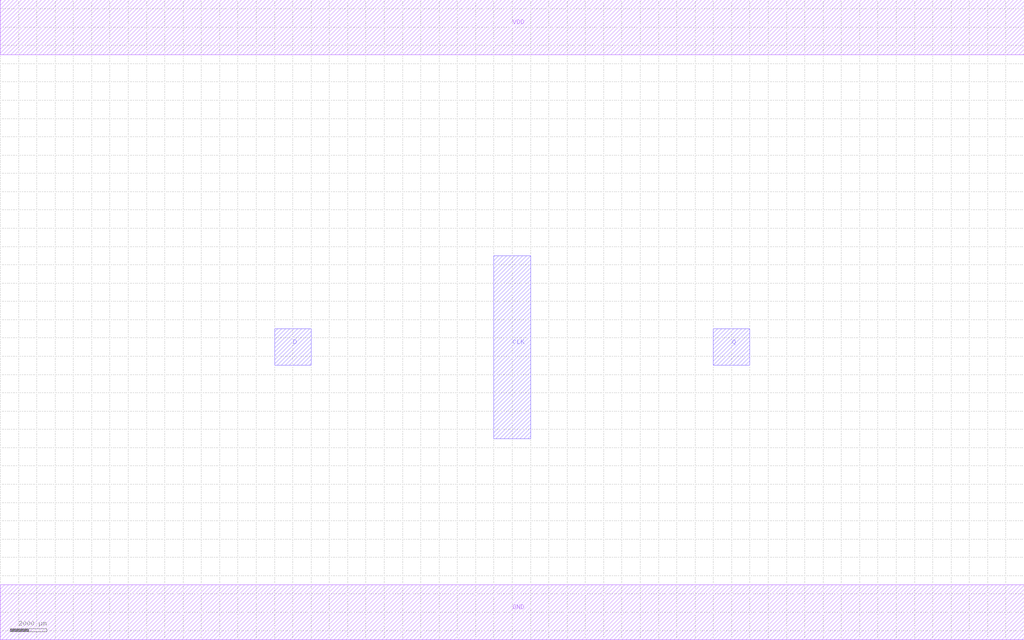
<source format=lef>
MACRO LATCH
 CLASS CORE ;
 ORIGIN 0 0 ;
 FOREIGN LATCH 0 0 ;
 SITE CORE ;
 SYMMETRY X Y R90 ;
  PIN VDD
   DIRECTION INOUT ;
   USE SIGNAL ;
   SHAPE ABUTMENT ;
    PORT
     CLASS CORE ;
       LAYER metal1 ;
        RECT 0.00000000 30500.00000000 56000.00000000 33500.00000000 ;
    END
  END VDD

  PIN GND
   DIRECTION INOUT ;
   USE SIGNAL ;
   SHAPE ABUTMENT ;
    PORT
     CLASS CORE ;
       LAYER metal1 ;
        RECT 0.00000000 -1500.00000000 56000.00000000 1500.00000000 ;
    END
  END GND

  PIN CLK
   DIRECTION INOUT ;
   USE SIGNAL ;
   SHAPE ABUTMENT ;
    PORT
     CLASS CORE ;
       LAYER metal2 ;
        RECT 27000.00000000 9500.00000000 29000.00000000 19500.00000000 ;
    END
  END CLK

  PIN D
   DIRECTION INOUT ;
   USE SIGNAL ;
   SHAPE ABUTMENT ;
    PORT
     CLASS CORE ;
       LAYER metal2 ;
        RECT 15000.00000000 13500.00000000 17000.00000000 15500.00000000 ;
    END
  END D

  PIN Q
   DIRECTION INOUT ;
   USE SIGNAL ;
   SHAPE ABUTMENT ;
    PORT
     CLASS CORE ;
       LAYER metal2 ;
        RECT 39000.00000000 13500.00000000 41000.00000000 15500.00000000 ;
    END
  END Q


END LATCH

</source>
